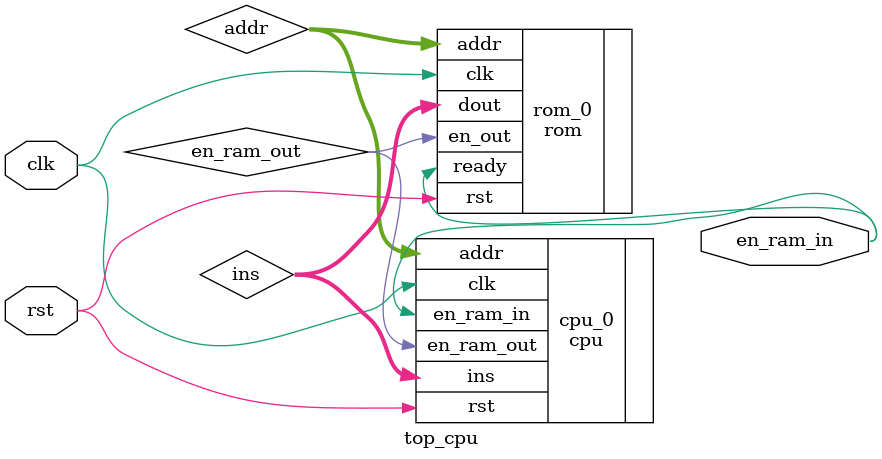
<source format=v>
`timescale 1ns / 1ps
module top_cpu(clk,rst,en_ram_in);

input  clk, rst;
output en_ram_in;
wire   en_ram_out;
wire   [15:0] addr;
wire   [15:0] ins;
  

cpu cpu_0(
    .clk(clk),
    .rst(rst),
    .addr(addr),
    .ins(ins),
    .en_ram_in(en_ram_in),
    .en_ram_out(en_ram_out)
);


rom rom_0 (
  .clk(clk),           
  .rst(rst),
  .ready(en_ram_in), 
  .addr(addr),      
  .dout(ins),
  .en_out(en_ram_out) 
);

endmodule

</source>
